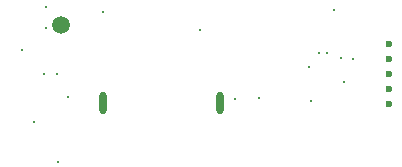
<source format=gbr>
G04 Layer_Color=0*
%FSLAX45Y45*%
%MOMM*%
%TF.FileFunction,Plated,1,6,PTH,Drill*%
%TF.Part,Single*%
%TFFileComment,The blind Vias under BGA and Other Pads are Via-In-Pad (VIP)*%
G01*
G75*
%TA.AperFunction,ComponentDrill*%
%ADD148O,0.60000X1.90000*%
%TA.AperFunction,OtherDrill,Pad Free-1 (0mm,0mm)*%
%ADD149C,1.50000*%
%TA.AperFunction,ComponentDrill*%
%ADD150C,0.60000*%
%TA.AperFunction,ViaDrill,NotFilled*%
%ADD151C,0.20000*%
%ADD152C,0.15000*%
D148*
X1344631Y-663610D02*
D03*
X356630D02*
D03*
D149*
X0Y0D02*
D03*
D150*
X2775565Y-167145D02*
D03*
Y-294145D02*
D03*
Y-421145D02*
D03*
Y-548145D02*
D03*
Y-675145D02*
D03*
D151*
X2253200Y-239100D02*
D03*
X350629Y106386D02*
D03*
X2310000Y123000D02*
D03*
X1671000Y-617600D02*
D03*
X2096692Y-360874D02*
D03*
X2394356Y-489311D02*
D03*
X2185250Y-239100D02*
D03*
X2470719Y-288784D02*
D03*
X-227400Y-822300D02*
D03*
X-124381Y149476D02*
D03*
X-39401Y-421304D02*
D03*
X-144201Y-420064D02*
D03*
X2369599Y-286824D02*
D03*
X1471937Y-629986D02*
D03*
X2116320Y-644370D02*
D03*
X-332200Y-211500D02*
D03*
X1171979Y-49214D02*
D03*
X58249Y-613964D02*
D03*
X-28550Y-1162230D02*
D03*
X-130071Y-26954D02*
D03*
D152*
X5629Y-222019D02*
D03*
X134100Y151300D02*
D03*
X308700Y-478600D02*
D03*
X660629Y14946D02*
D03*
Y-38194D02*
D03*
X2515076Y-85193D02*
D03*
X2435429Y-86044D02*
D03*
X2571885Y-85053D02*
D03*
X2303349Y-56641D02*
D03*
X2281452Y-121329D02*
D03*
X1485221Y164631D02*
D03*
X1260200Y-142363D02*
D03*
X1026488Y129283D02*
D03*
X1862215Y-131216D02*
D03*
X1791487D02*
D03*
X2378151Y125321D02*
D03*
X2441263Y126756D02*
D03*
X1533729Y-330556D02*
D03*
X350629Y-178614D02*
D03*
X711369Y-205304D02*
D03*
X2150177Y-420054D02*
D03*
X1787683Y-709609D02*
D03*
X1733617Y-660702D02*
D03*
X1700310Y-432835D02*
D03*
X2237309Y-81885D02*
D03*
X1836756Y-71189D02*
D03*
X1308711Y-518322D02*
D03*
X2746519Y126757D02*
D03*
X-219371Y-108614D02*
D03*
X-179371Y-1108614D02*
D03*
X48449Y147676D02*
D03*
X1308711Y-463210D02*
D03*
X1959635Y-306303D02*
D03*
X220629Y-773614D02*
D03*
X-251456Y-347114D02*
D03*
X-248906Y-200584D02*
D03*
X-429371Y-108614D02*
D03*
X1080234Y-87075D02*
D03*
X203829Y98296D02*
D03*
X286530Y97400D02*
D03*
X217833Y-520818D02*
D03*
X-54176Y-1109640D02*
D03*
X220629Y-898614D02*
D03*
Y-648614D02*
D03*
X-103550Y-857793D02*
D03*
X-14880Y-857630D02*
D03*
X11532Y-1067098D02*
D03*
X39884Y-830861D02*
D03*
X58299Y-548704D02*
D03*
X767720Y-205450D02*
D03*
X1002111Y-89471D02*
D03*
X1053390Y-46364D02*
D03*
X55657Y-173150D02*
D03*
X-79588Y-142149D02*
D03*
X785447Y160111D02*
D03*
X1059155Y87969D02*
D03*
X2234390Y-445800D02*
D03*
X2563847Y-406309D02*
D03*
X1749473Y-525389D02*
D03*
X1700191Y-499880D02*
D03*
X1733617Y-578239D02*
D03*
X1308711Y-409999D02*
D03*
X1752200Y-447500D02*
D03*
%TF.MD5,426d1a692f2220e1119a05f135b428e0*%
M02*

</source>
